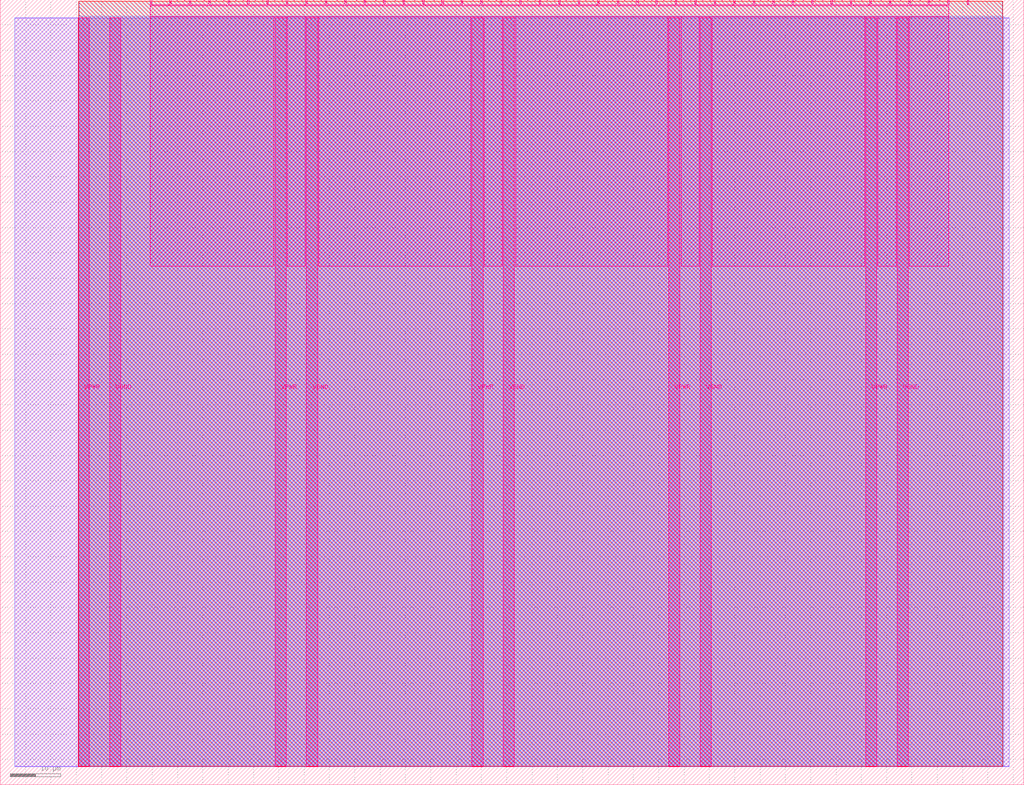
<source format=lef>
VERSION 5.7 ;
  NOWIREEXTENSIONATPIN ON ;
  DIVIDERCHAR "/" ;
  BUSBITCHARS "[]" ;
MACRO tt_um_two_lif_stdp
  CLASS BLOCK ;
  FOREIGN tt_um_two_lif_stdp ;
  ORIGIN 0.000 0.000 ;
  SIZE 202.080 BY 154.980 ;
  PIN VGND
    DIRECTION INOUT ;
    USE GROUND ;
    PORT
      LAYER Metal5 ;
        RECT 21.580 3.560 23.780 151.420 ;
    END
    PORT
      LAYER Metal5 ;
        RECT 60.450 3.560 62.650 151.420 ;
    END
    PORT
      LAYER Metal5 ;
        RECT 99.320 3.560 101.520 151.420 ;
    END
    PORT
      LAYER Metal5 ;
        RECT 138.190 3.560 140.390 151.420 ;
    END
    PORT
      LAYER Metal5 ;
        RECT 177.060 3.560 179.260 151.420 ;
    END
  END VGND
  PIN VPWR
    DIRECTION INOUT ;
    USE POWER ;
    PORT
      LAYER Metal5 ;
        RECT 15.380 3.560 17.580 151.420 ;
    END
    PORT
      LAYER Metal5 ;
        RECT 54.250 3.560 56.450 151.420 ;
    END
    PORT
      LAYER Metal5 ;
        RECT 93.120 3.560 95.320 151.420 ;
    END
    PORT
      LAYER Metal5 ;
        RECT 131.990 3.560 134.190 151.420 ;
    END
    PORT
      LAYER Metal5 ;
        RECT 170.860 3.560 173.060 151.420 ;
    END
  END VPWR
  PIN clk
    DIRECTION INPUT ;
    USE SIGNAL ;
    ANTENNAGATEAREA 0.213200 ;
    PORT
      LAYER Metal5 ;
        RECT 187.050 153.980 187.350 154.980 ;
    END
  END clk
  PIN ena
    DIRECTION INPUT ;
    USE SIGNAL ;
    PORT
      LAYER Metal5 ;
        RECT 190.890 153.980 191.190 154.980 ;
    END
  END ena
  PIN rst_n
    DIRECTION INPUT ;
    USE SIGNAL ;
    ANTENNAGATEAREA 0.213200 ;
    PORT
      LAYER Metal5 ;
        RECT 183.210 153.980 183.510 154.980 ;
    END
  END rst_n
  PIN ui_in[0]
    DIRECTION INPUT ;
    USE SIGNAL ;
    ANTENNAGATEAREA 0.180700 ;
    PORT
      LAYER Metal5 ;
        RECT 179.370 153.980 179.670 154.980 ;
    END
  END ui_in[0]
  PIN ui_in[1]
    DIRECTION INPUT ;
    USE SIGNAL ;
    ANTENNAGATEAREA 0.180700 ;
    PORT
      LAYER Metal5 ;
        RECT 175.530 153.980 175.830 154.980 ;
    END
  END ui_in[1]
  PIN ui_in[2]
    DIRECTION INPUT ;
    USE SIGNAL ;
    ANTENNAGATEAREA 0.180700 ;
    PORT
      LAYER Metal5 ;
        RECT 171.690 153.980 171.990 154.980 ;
    END
  END ui_in[2]
  PIN ui_in[3]
    DIRECTION INPUT ;
    USE SIGNAL ;
    ANTENNAGATEAREA 0.180700 ;
    PORT
      LAYER Metal5 ;
        RECT 167.850 153.980 168.150 154.980 ;
    END
  END ui_in[3]
  PIN ui_in[4]
    DIRECTION INPUT ;
    USE SIGNAL ;
    ANTENNAGATEAREA 0.180700 ;
    PORT
      LAYER Metal5 ;
        RECT 164.010 153.980 164.310 154.980 ;
    END
  END ui_in[4]
  PIN ui_in[5]
    DIRECTION INPUT ;
    USE SIGNAL ;
    ANTENNAGATEAREA 0.180700 ;
    PORT
      LAYER Metal5 ;
        RECT 160.170 153.980 160.470 154.980 ;
    END
  END ui_in[5]
  PIN ui_in[6]
    DIRECTION INPUT ;
    USE SIGNAL ;
    ANTENNAGATEAREA 0.180700 ;
    PORT
      LAYER Metal5 ;
        RECT 156.330 153.980 156.630 154.980 ;
    END
  END ui_in[6]
  PIN ui_in[7]
    DIRECTION INPUT ;
    USE SIGNAL ;
    ANTENNAGATEAREA 0.180700 ;
    PORT
      LAYER Metal5 ;
        RECT 152.490 153.980 152.790 154.980 ;
    END
  END ui_in[7]
  PIN uio_in[0]
    DIRECTION INPUT ;
    USE SIGNAL ;
    PORT
      LAYER Metal5 ;
        RECT 148.650 153.980 148.950 154.980 ;
    END
  END uio_in[0]
  PIN uio_in[1]
    DIRECTION INPUT ;
    USE SIGNAL ;
    PORT
      LAYER Metal5 ;
        RECT 144.810 153.980 145.110 154.980 ;
    END
  END uio_in[1]
  PIN uio_in[2]
    DIRECTION INPUT ;
    USE SIGNAL ;
    PORT
      LAYER Metal5 ;
        RECT 140.970 153.980 141.270 154.980 ;
    END
  END uio_in[2]
  PIN uio_in[3]
    DIRECTION INPUT ;
    USE SIGNAL ;
    PORT
      LAYER Metal5 ;
        RECT 137.130 153.980 137.430 154.980 ;
    END
  END uio_in[3]
  PIN uio_in[4]
    DIRECTION INPUT ;
    USE SIGNAL ;
    PORT
      LAYER Metal5 ;
        RECT 133.290 153.980 133.590 154.980 ;
    END
  END uio_in[4]
  PIN uio_in[5]
    DIRECTION INPUT ;
    USE SIGNAL ;
    PORT
      LAYER Metal5 ;
        RECT 129.450 153.980 129.750 154.980 ;
    END
  END uio_in[5]
  PIN uio_in[6]
    DIRECTION INPUT ;
    USE SIGNAL ;
    PORT
      LAYER Metal5 ;
        RECT 125.610 153.980 125.910 154.980 ;
    END
  END uio_in[6]
  PIN uio_in[7]
    DIRECTION INPUT ;
    USE SIGNAL ;
    PORT
      LAYER Metal5 ;
        RECT 121.770 153.980 122.070 154.980 ;
    END
  END uio_in[7]
  PIN uio_oe[0]
    DIRECTION OUTPUT ;
    USE SIGNAL ;
    ANTENNADIFFAREA 0.392700 ;
    PORT
      LAYER Metal5 ;
        RECT 56.490 153.980 56.790 154.980 ;
    END
  END uio_oe[0]
  PIN uio_oe[1]
    DIRECTION OUTPUT ;
    USE SIGNAL ;
    ANTENNADIFFAREA 0.392700 ;
    PORT
      LAYER Metal5 ;
        RECT 52.650 153.980 52.950 154.980 ;
    END
  END uio_oe[1]
  PIN uio_oe[2]
    DIRECTION OUTPUT ;
    USE SIGNAL ;
    ANTENNADIFFAREA 0.392700 ;
    PORT
      LAYER Metal5 ;
        RECT 48.810 153.980 49.110 154.980 ;
    END
  END uio_oe[2]
  PIN uio_oe[3]
    DIRECTION OUTPUT ;
    USE SIGNAL ;
    ANTENNADIFFAREA 0.392700 ;
    PORT
      LAYER Metal5 ;
        RECT 44.970 153.980 45.270 154.980 ;
    END
  END uio_oe[3]
  PIN uio_oe[4]
    DIRECTION OUTPUT ;
    USE SIGNAL ;
    ANTENNADIFFAREA 0.392700 ;
    PORT
      LAYER Metal5 ;
        RECT 41.130 153.980 41.430 154.980 ;
    END
  END uio_oe[4]
  PIN uio_oe[5]
    DIRECTION OUTPUT ;
    USE SIGNAL ;
    ANTENNADIFFAREA 0.392700 ;
    PORT
      LAYER Metal5 ;
        RECT 37.290 153.980 37.590 154.980 ;
    END
  END uio_oe[5]
  PIN uio_oe[6]
    DIRECTION OUTPUT ;
    USE SIGNAL ;
    ANTENNADIFFAREA 0.392700 ;
    PORT
      LAYER Metal5 ;
        RECT 33.450 153.980 33.750 154.980 ;
    END
  END uio_oe[6]
  PIN uio_oe[7]
    DIRECTION OUTPUT ;
    USE SIGNAL ;
    ANTENNADIFFAREA 0.392700 ;
    PORT
      LAYER Metal5 ;
        RECT 29.610 153.980 29.910 154.980 ;
    END
  END uio_oe[7]
  PIN uio_out[0]
    DIRECTION OUTPUT ;
    USE SIGNAL ;
    ANTENNADIFFAREA 0.654800 ;
    PORT
      LAYER Metal5 ;
        RECT 87.210 153.980 87.510 154.980 ;
    END
  END uio_out[0]
  PIN uio_out[1]
    DIRECTION OUTPUT ;
    USE SIGNAL ;
    ANTENNADIFFAREA 0.654800 ;
    PORT
      LAYER Metal5 ;
        RECT 83.370 153.980 83.670 154.980 ;
    END
  END uio_out[1]
  PIN uio_out[2]
    DIRECTION OUTPUT ;
    USE SIGNAL ;
    ANTENNADIFFAREA 0.654800 ;
    PORT
      LAYER Metal5 ;
        RECT 79.530 153.980 79.830 154.980 ;
    END
  END uio_out[2]
  PIN uio_out[3]
    DIRECTION OUTPUT ;
    USE SIGNAL ;
    ANTENNADIFFAREA 0.654800 ;
    PORT
      LAYER Metal5 ;
        RECT 75.690 153.980 75.990 154.980 ;
    END
  END uio_out[3]
  PIN uio_out[4]
    DIRECTION OUTPUT ;
    USE SIGNAL ;
    ANTENNADIFFAREA 0.654800 ;
    PORT
      LAYER Metal5 ;
        RECT 71.850 153.980 72.150 154.980 ;
    END
  END uio_out[4]
  PIN uio_out[5]
    DIRECTION OUTPUT ;
    USE SIGNAL ;
    ANTENNADIFFAREA 0.654800 ;
    PORT
      LAYER Metal5 ;
        RECT 68.010 153.980 68.310 154.980 ;
    END
  END uio_out[5]
  PIN uio_out[6]
    DIRECTION OUTPUT ;
    USE SIGNAL ;
    ANTENNADIFFAREA 0.654800 ;
    PORT
      LAYER Metal5 ;
        RECT 64.170 153.980 64.470 154.980 ;
    END
  END uio_out[6]
  PIN uio_out[7]
    DIRECTION OUTPUT ;
    USE SIGNAL ;
    ANTENNADIFFAREA 0.654800 ;
    PORT
      LAYER Metal5 ;
        RECT 60.330 153.980 60.630 154.980 ;
    END
  END uio_out[7]
  PIN uo_out[0]
    DIRECTION OUTPUT ;
    USE SIGNAL ;
    ANTENNADIFFAREA 0.632400 ;
    PORT
      LAYER Metal5 ;
        RECT 117.930 153.980 118.230 154.980 ;
    END
  END uo_out[0]
  PIN uo_out[1]
    DIRECTION OUTPUT ;
    USE SIGNAL ;
    ANTENNAGATEAREA 0.241800 ;
    ANTENNADIFFAREA 0.632400 ;
    PORT
      LAYER Metal5 ;
        RECT 114.090 153.980 114.390 154.980 ;
    END
  END uo_out[1]
  PIN uo_out[2]
    DIRECTION OUTPUT ;
    USE SIGNAL ;
    ANTENNAGATEAREA 0.351000 ;
    ANTENNADIFFAREA 0.632400 ;
    PORT
      LAYER Metal5 ;
        RECT 110.250 153.980 110.550 154.980 ;
    END
  END uo_out[2]
  PIN uo_out[3]
    DIRECTION OUTPUT ;
    USE SIGNAL ;
    ANTENNAGATEAREA 0.834600 ;
    ANTENNADIFFAREA 0.632400 ;
    PORT
      LAYER Metal5 ;
        RECT 106.410 153.980 106.710 154.980 ;
    END
  END uo_out[3]
  PIN uo_out[4]
    DIRECTION OUTPUT ;
    USE SIGNAL ;
    ANTENNAGATEAREA 0.531700 ;
    ANTENNADIFFAREA 0.632400 ;
    PORT
      LAYER Metal5 ;
        RECT 102.570 153.980 102.870 154.980 ;
    END
  END uo_out[4]
  PIN uo_out[5]
    DIRECTION OUTPUT ;
    USE SIGNAL ;
    ANTENNAGATEAREA 0.241800 ;
    ANTENNADIFFAREA 0.632400 ;
    PORT
      LAYER Metal5 ;
        RECT 98.730 153.980 99.030 154.980 ;
    END
  END uo_out[5]
  PIN uo_out[6]
    DIRECTION OUTPUT ;
    USE SIGNAL ;
    ANTENNAGATEAREA 0.241800 ;
    ANTENNADIFFAREA 0.632400 ;
    PORT
      LAYER Metal5 ;
        RECT 94.890 153.980 95.190 154.980 ;
    END
  END uo_out[6]
  PIN uo_out[7]
    DIRECTION OUTPUT ;
    USE SIGNAL ;
    ANTENNAGATEAREA 0.241800 ;
    ANTENNADIFFAREA 0.632400 ;
    PORT
      LAYER Metal5 ;
        RECT 91.050 153.980 91.350 154.980 ;
    END
  END uo_out[7]
  OBS
      LAYER GatPoly ;
        RECT 2.880 3.630 199.200 151.350 ;
      LAYER Metal1 ;
        RECT 2.880 3.560 199.200 151.420 ;
      LAYER Metal2 ;
        RECT 15.515 3.680 198.080 151.720 ;
      LAYER Metal3 ;
        RECT 15.560 3.635 197.860 154.705 ;
      LAYER Metal4 ;
        RECT 15.515 3.680 197.905 154.660 ;
      LAYER Metal5 ;
        RECT 30.120 153.770 33.240 153.980 ;
        RECT 33.960 153.770 37.080 153.980 ;
        RECT 37.800 153.770 40.920 153.980 ;
        RECT 41.640 153.770 44.760 153.980 ;
        RECT 45.480 153.770 48.600 153.980 ;
        RECT 49.320 153.770 52.440 153.980 ;
        RECT 53.160 153.770 56.280 153.980 ;
        RECT 57.000 153.770 60.120 153.980 ;
        RECT 60.840 153.770 63.960 153.980 ;
        RECT 64.680 153.770 67.800 153.980 ;
        RECT 68.520 153.770 71.640 153.980 ;
        RECT 72.360 153.770 75.480 153.980 ;
        RECT 76.200 153.770 79.320 153.980 ;
        RECT 80.040 153.770 83.160 153.980 ;
        RECT 83.880 153.770 87.000 153.980 ;
        RECT 87.720 153.770 90.840 153.980 ;
        RECT 91.560 153.770 94.680 153.980 ;
        RECT 95.400 153.770 98.520 153.980 ;
        RECT 99.240 153.770 102.360 153.980 ;
        RECT 103.080 153.770 106.200 153.980 ;
        RECT 106.920 153.770 110.040 153.980 ;
        RECT 110.760 153.770 113.880 153.980 ;
        RECT 114.600 153.770 117.720 153.980 ;
        RECT 118.440 153.770 121.560 153.980 ;
        RECT 122.280 153.770 125.400 153.980 ;
        RECT 126.120 153.770 129.240 153.980 ;
        RECT 129.960 153.770 133.080 153.980 ;
        RECT 133.800 153.770 136.920 153.980 ;
        RECT 137.640 153.770 140.760 153.980 ;
        RECT 141.480 153.770 144.600 153.980 ;
        RECT 145.320 153.770 148.440 153.980 ;
        RECT 149.160 153.770 152.280 153.980 ;
        RECT 153.000 153.770 156.120 153.980 ;
        RECT 156.840 153.770 159.960 153.980 ;
        RECT 160.680 153.770 163.800 153.980 ;
        RECT 164.520 153.770 167.640 153.980 ;
        RECT 168.360 153.770 171.480 153.980 ;
        RECT 172.200 153.770 175.320 153.980 ;
        RECT 176.040 153.770 179.160 153.980 ;
        RECT 179.880 153.770 183.000 153.980 ;
        RECT 183.720 153.770 186.840 153.980 ;
        RECT 29.660 151.630 187.300 153.770 ;
        RECT 29.660 102.335 54.040 151.630 ;
        RECT 56.660 102.335 60.240 151.630 ;
        RECT 62.860 102.335 92.910 151.630 ;
        RECT 95.530 102.335 99.110 151.630 ;
        RECT 101.730 102.335 131.780 151.630 ;
        RECT 134.400 102.335 137.980 151.630 ;
        RECT 140.600 102.335 170.650 151.630 ;
        RECT 173.270 102.335 176.850 151.630 ;
        RECT 179.470 102.335 187.300 151.630 ;
  END
END tt_um_two_lif_stdp
END LIBRARY


</source>
